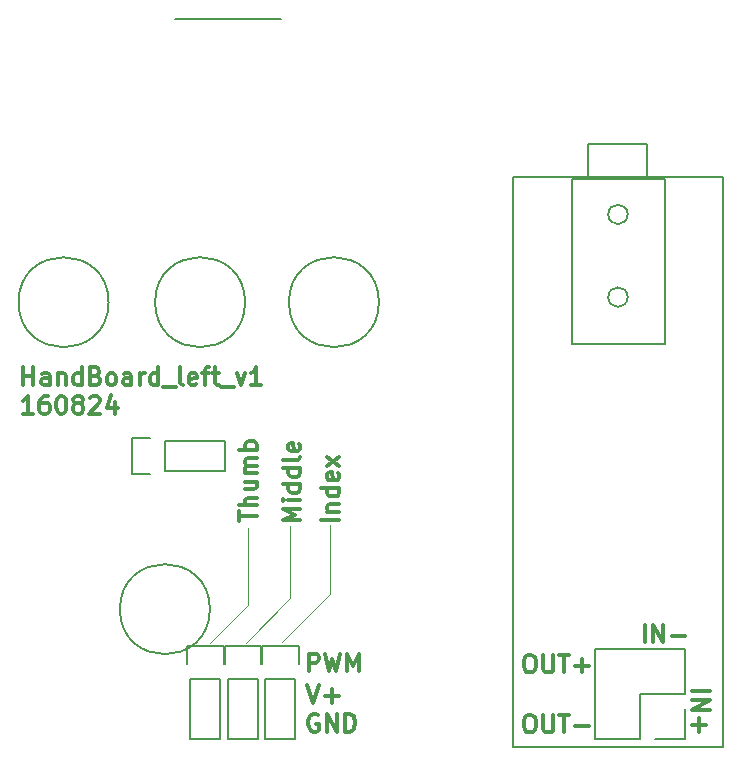
<source format=gto>
G04 #@! TF.FileFunction,Legend,Top*
%FSLAX46Y46*%
G04 Gerber Fmt 4.6, Leading zero omitted, Abs format (unit mm)*
G04 Created by KiCad (PCBNEW 4.0.1-stable) date 2016/08/24 23:14:12*
%MOMM*%
G01*
G04 APERTURE LIST*
%ADD10C,0.100000*%
%ADD11C,0.300000*%
%ADD12C,0.150000*%
G04 APERTURE END LIST*
D10*
X124121100Y-127633600D02*
X124121100Y-121783600D01*
X120071100Y-131683600D02*
X124121100Y-127633600D01*
X120771100Y-127983600D02*
X120771100Y-121883600D01*
X117021100Y-131733600D02*
X120771100Y-127983600D01*
X117171100Y-128533600D02*
X113971100Y-131733600D01*
X117171100Y-122033600D02*
X117171100Y-128533600D01*
D11*
X98158243Y-109942171D02*
X98158243Y-108442171D01*
X98158243Y-109156457D02*
X99015386Y-109156457D01*
X99015386Y-109942171D02*
X99015386Y-108442171D01*
X100372529Y-109942171D02*
X100372529Y-109156457D01*
X100301100Y-109013600D01*
X100158243Y-108942171D01*
X99872529Y-108942171D01*
X99729672Y-109013600D01*
X100372529Y-109870743D02*
X100229672Y-109942171D01*
X99872529Y-109942171D01*
X99729672Y-109870743D01*
X99658243Y-109727886D01*
X99658243Y-109585029D01*
X99729672Y-109442171D01*
X99872529Y-109370743D01*
X100229672Y-109370743D01*
X100372529Y-109299314D01*
X101086815Y-108942171D02*
X101086815Y-109942171D01*
X101086815Y-109085029D02*
X101158243Y-109013600D01*
X101301101Y-108942171D01*
X101515386Y-108942171D01*
X101658243Y-109013600D01*
X101729672Y-109156457D01*
X101729672Y-109942171D01*
X103086815Y-109942171D02*
X103086815Y-108442171D01*
X103086815Y-109870743D02*
X102943958Y-109942171D01*
X102658244Y-109942171D01*
X102515386Y-109870743D01*
X102443958Y-109799314D01*
X102372529Y-109656457D01*
X102372529Y-109227886D01*
X102443958Y-109085029D01*
X102515386Y-109013600D01*
X102658244Y-108942171D01*
X102943958Y-108942171D01*
X103086815Y-109013600D01*
X104301101Y-109156457D02*
X104515387Y-109227886D01*
X104586815Y-109299314D01*
X104658244Y-109442171D01*
X104658244Y-109656457D01*
X104586815Y-109799314D01*
X104515387Y-109870743D01*
X104372529Y-109942171D01*
X103801101Y-109942171D01*
X103801101Y-108442171D01*
X104301101Y-108442171D01*
X104443958Y-108513600D01*
X104515387Y-108585029D01*
X104586815Y-108727886D01*
X104586815Y-108870743D01*
X104515387Y-109013600D01*
X104443958Y-109085029D01*
X104301101Y-109156457D01*
X103801101Y-109156457D01*
X105515387Y-109942171D02*
X105372529Y-109870743D01*
X105301101Y-109799314D01*
X105229672Y-109656457D01*
X105229672Y-109227886D01*
X105301101Y-109085029D01*
X105372529Y-109013600D01*
X105515387Y-108942171D01*
X105729672Y-108942171D01*
X105872529Y-109013600D01*
X105943958Y-109085029D01*
X106015387Y-109227886D01*
X106015387Y-109656457D01*
X105943958Y-109799314D01*
X105872529Y-109870743D01*
X105729672Y-109942171D01*
X105515387Y-109942171D01*
X107301101Y-109942171D02*
X107301101Y-109156457D01*
X107229672Y-109013600D01*
X107086815Y-108942171D01*
X106801101Y-108942171D01*
X106658244Y-109013600D01*
X107301101Y-109870743D02*
X107158244Y-109942171D01*
X106801101Y-109942171D01*
X106658244Y-109870743D01*
X106586815Y-109727886D01*
X106586815Y-109585029D01*
X106658244Y-109442171D01*
X106801101Y-109370743D01*
X107158244Y-109370743D01*
X107301101Y-109299314D01*
X108015387Y-109942171D02*
X108015387Y-108942171D01*
X108015387Y-109227886D02*
X108086815Y-109085029D01*
X108158244Y-109013600D01*
X108301101Y-108942171D01*
X108443958Y-108942171D01*
X109586815Y-109942171D02*
X109586815Y-108442171D01*
X109586815Y-109870743D02*
X109443958Y-109942171D01*
X109158244Y-109942171D01*
X109015386Y-109870743D01*
X108943958Y-109799314D01*
X108872529Y-109656457D01*
X108872529Y-109227886D01*
X108943958Y-109085029D01*
X109015386Y-109013600D01*
X109158244Y-108942171D01*
X109443958Y-108942171D01*
X109586815Y-109013600D01*
X109943958Y-110085029D02*
X111086815Y-110085029D01*
X111658244Y-109942171D02*
X111515386Y-109870743D01*
X111443958Y-109727886D01*
X111443958Y-108442171D01*
X112801100Y-109870743D02*
X112658243Y-109942171D01*
X112372529Y-109942171D01*
X112229672Y-109870743D01*
X112158243Y-109727886D01*
X112158243Y-109156457D01*
X112229672Y-109013600D01*
X112372529Y-108942171D01*
X112658243Y-108942171D01*
X112801100Y-109013600D01*
X112872529Y-109156457D01*
X112872529Y-109299314D01*
X112158243Y-109442171D01*
X113301100Y-108942171D02*
X113872529Y-108942171D01*
X113515386Y-109942171D02*
X113515386Y-108656457D01*
X113586814Y-108513600D01*
X113729672Y-108442171D01*
X113872529Y-108442171D01*
X114158243Y-108942171D02*
X114729672Y-108942171D01*
X114372529Y-108442171D02*
X114372529Y-109727886D01*
X114443957Y-109870743D01*
X114586815Y-109942171D01*
X114729672Y-109942171D01*
X114872529Y-110085029D02*
X116015386Y-110085029D01*
X116229672Y-108942171D02*
X116586815Y-109942171D01*
X116943957Y-108942171D01*
X118301100Y-109942171D02*
X117443957Y-109942171D01*
X117872529Y-109942171D02*
X117872529Y-108442171D01*
X117729672Y-108656457D01*
X117586814Y-108799314D01*
X117443957Y-108870743D01*
X98943957Y-112342171D02*
X98086814Y-112342171D01*
X98515386Y-112342171D02*
X98515386Y-110842171D01*
X98372529Y-111056457D01*
X98229671Y-111199314D01*
X98086814Y-111270743D01*
X100229671Y-110842171D02*
X99943957Y-110842171D01*
X99801100Y-110913600D01*
X99729671Y-110985029D01*
X99586814Y-111199314D01*
X99515385Y-111485029D01*
X99515385Y-112056457D01*
X99586814Y-112199314D01*
X99658242Y-112270743D01*
X99801100Y-112342171D01*
X100086814Y-112342171D01*
X100229671Y-112270743D01*
X100301100Y-112199314D01*
X100372528Y-112056457D01*
X100372528Y-111699314D01*
X100301100Y-111556457D01*
X100229671Y-111485029D01*
X100086814Y-111413600D01*
X99801100Y-111413600D01*
X99658242Y-111485029D01*
X99586814Y-111556457D01*
X99515385Y-111699314D01*
X101301099Y-110842171D02*
X101443956Y-110842171D01*
X101586813Y-110913600D01*
X101658242Y-110985029D01*
X101729671Y-111127886D01*
X101801099Y-111413600D01*
X101801099Y-111770743D01*
X101729671Y-112056457D01*
X101658242Y-112199314D01*
X101586813Y-112270743D01*
X101443956Y-112342171D01*
X101301099Y-112342171D01*
X101158242Y-112270743D01*
X101086813Y-112199314D01*
X101015385Y-112056457D01*
X100943956Y-111770743D01*
X100943956Y-111413600D01*
X101015385Y-111127886D01*
X101086813Y-110985029D01*
X101158242Y-110913600D01*
X101301099Y-110842171D01*
X102658242Y-111485029D02*
X102515384Y-111413600D01*
X102443956Y-111342171D01*
X102372527Y-111199314D01*
X102372527Y-111127886D01*
X102443956Y-110985029D01*
X102515384Y-110913600D01*
X102658242Y-110842171D01*
X102943956Y-110842171D01*
X103086813Y-110913600D01*
X103158242Y-110985029D01*
X103229670Y-111127886D01*
X103229670Y-111199314D01*
X103158242Y-111342171D01*
X103086813Y-111413600D01*
X102943956Y-111485029D01*
X102658242Y-111485029D01*
X102515384Y-111556457D01*
X102443956Y-111627886D01*
X102372527Y-111770743D01*
X102372527Y-112056457D01*
X102443956Y-112199314D01*
X102515384Y-112270743D01*
X102658242Y-112342171D01*
X102943956Y-112342171D01*
X103086813Y-112270743D01*
X103158242Y-112199314D01*
X103229670Y-112056457D01*
X103229670Y-111770743D01*
X103158242Y-111627886D01*
X103086813Y-111556457D01*
X102943956Y-111485029D01*
X103801098Y-110985029D02*
X103872527Y-110913600D01*
X104015384Y-110842171D01*
X104372527Y-110842171D01*
X104515384Y-110913600D01*
X104586813Y-110985029D01*
X104658241Y-111127886D01*
X104658241Y-111270743D01*
X104586813Y-111485029D01*
X103729670Y-112342171D01*
X104658241Y-112342171D01*
X105943955Y-111342171D02*
X105943955Y-112342171D01*
X105586812Y-110770743D02*
X105229669Y-111842171D01*
X106158241Y-111842171D01*
X150763243Y-131717171D02*
X150763243Y-130217171D01*
X151477529Y-131717171D02*
X151477529Y-130217171D01*
X152334672Y-131717171D01*
X152334672Y-130217171D01*
X153048958Y-131145743D02*
X154191815Y-131145743D01*
X122328243Y-134162171D02*
X122328243Y-132662171D01*
X122899671Y-132662171D01*
X123042529Y-132733600D01*
X123113957Y-132805029D01*
X123185386Y-132947886D01*
X123185386Y-133162171D01*
X123113957Y-133305029D01*
X123042529Y-133376457D01*
X122899671Y-133447886D01*
X122328243Y-133447886D01*
X123685386Y-132662171D02*
X124042529Y-134162171D01*
X124328243Y-133090743D01*
X124613957Y-134162171D01*
X124971100Y-132662171D01*
X125542529Y-134162171D02*
X125542529Y-132662171D01*
X126042529Y-133733600D01*
X126542529Y-132662171D01*
X126542529Y-134162171D01*
X122213957Y-135312171D02*
X122713957Y-136812171D01*
X123213957Y-135312171D01*
X123713957Y-136240743D02*
X124856814Y-136240743D01*
X124285385Y-136812171D02*
X124285385Y-135669314D01*
X123113957Y-137833600D02*
X122971100Y-137762171D01*
X122756814Y-137762171D01*
X122542529Y-137833600D01*
X122399671Y-137976457D01*
X122328243Y-138119314D01*
X122256814Y-138405029D01*
X122256814Y-138619314D01*
X122328243Y-138905029D01*
X122399671Y-139047886D01*
X122542529Y-139190743D01*
X122756814Y-139262171D01*
X122899671Y-139262171D01*
X123113957Y-139190743D01*
X123185386Y-139119314D01*
X123185386Y-138619314D01*
X122899671Y-138619314D01*
X123828243Y-139262171D02*
X123828243Y-137762171D01*
X124685386Y-139262171D01*
X124685386Y-137762171D01*
X125399672Y-139262171D02*
X125399672Y-137762171D01*
X125756815Y-137762171D01*
X125971100Y-137833600D01*
X126113958Y-137976457D01*
X126185386Y-138119314D01*
X126256815Y-138405029D01*
X126256815Y-138619314D01*
X126185386Y-138905029D01*
X126113958Y-139047886D01*
X125971100Y-139190743D01*
X125756815Y-139262171D01*
X125399672Y-139262171D01*
X154807529Y-135840743D02*
X156307529Y-135840743D01*
X154807529Y-136555029D02*
X156307529Y-136555029D01*
X154807529Y-137412172D01*
X156307529Y-137412172D01*
X155378957Y-138126458D02*
X155378957Y-139269315D01*
X154807529Y-138697886D02*
X155950386Y-138697886D01*
X140888957Y-137837171D02*
X141174671Y-137837171D01*
X141317529Y-137908600D01*
X141460386Y-138051457D01*
X141531814Y-138337171D01*
X141531814Y-138837171D01*
X141460386Y-139122886D01*
X141317529Y-139265743D01*
X141174671Y-139337171D01*
X140888957Y-139337171D01*
X140746100Y-139265743D01*
X140603243Y-139122886D01*
X140531814Y-138837171D01*
X140531814Y-138337171D01*
X140603243Y-138051457D01*
X140746100Y-137908600D01*
X140888957Y-137837171D01*
X142174672Y-137837171D02*
X142174672Y-139051457D01*
X142246100Y-139194314D01*
X142317529Y-139265743D01*
X142460386Y-139337171D01*
X142746100Y-139337171D01*
X142888958Y-139265743D01*
X142960386Y-139194314D01*
X143031815Y-139051457D01*
X143031815Y-137837171D01*
X143531815Y-137837171D02*
X144388958Y-137837171D01*
X143960387Y-139337171D02*
X143960387Y-137837171D01*
X144888958Y-138765743D02*
X146031815Y-138765743D01*
X140888957Y-132757171D02*
X141174671Y-132757171D01*
X141317529Y-132828600D01*
X141460386Y-132971457D01*
X141531814Y-133257171D01*
X141531814Y-133757171D01*
X141460386Y-134042886D01*
X141317529Y-134185743D01*
X141174671Y-134257171D01*
X140888957Y-134257171D01*
X140746100Y-134185743D01*
X140603243Y-134042886D01*
X140531814Y-133757171D01*
X140531814Y-133257171D01*
X140603243Y-132971457D01*
X140746100Y-132828600D01*
X140888957Y-132757171D01*
X142174672Y-132757171D02*
X142174672Y-133971457D01*
X142246100Y-134114314D01*
X142317529Y-134185743D01*
X142460386Y-134257171D01*
X142746100Y-134257171D01*
X142888958Y-134185743D01*
X142960386Y-134114314D01*
X143031815Y-133971457D01*
X143031815Y-132757171D01*
X143531815Y-132757171D02*
X144388958Y-132757171D01*
X143960387Y-134257171D02*
X143960387Y-132757171D01*
X144888958Y-133685743D02*
X146031815Y-133685743D01*
X145460386Y-134257171D02*
X145460386Y-133114314D01*
X124899671Y-121355029D02*
X123399671Y-121355029D01*
X123899671Y-120640743D02*
X124899671Y-120640743D01*
X124042529Y-120640743D02*
X123971100Y-120569315D01*
X123899671Y-120426457D01*
X123899671Y-120212172D01*
X123971100Y-120069315D01*
X124113957Y-119997886D01*
X124899671Y-119997886D01*
X124899671Y-118640743D02*
X123399671Y-118640743D01*
X124828243Y-118640743D02*
X124899671Y-118783600D01*
X124899671Y-119069314D01*
X124828243Y-119212172D01*
X124756814Y-119283600D01*
X124613957Y-119355029D01*
X124185386Y-119355029D01*
X124042529Y-119283600D01*
X123971100Y-119212172D01*
X123899671Y-119069314D01*
X123899671Y-118783600D01*
X123971100Y-118640743D01*
X124828243Y-117355029D02*
X124899671Y-117497886D01*
X124899671Y-117783600D01*
X124828243Y-117926457D01*
X124685386Y-117997886D01*
X124113957Y-117997886D01*
X123971100Y-117926457D01*
X123899671Y-117783600D01*
X123899671Y-117497886D01*
X123971100Y-117355029D01*
X124113957Y-117283600D01*
X124256814Y-117283600D01*
X124399671Y-117997886D01*
X124899671Y-116783600D02*
X123899671Y-115997886D01*
X123899671Y-116783600D02*
X124899671Y-115997886D01*
X121599671Y-121390743D02*
X120099671Y-121390743D01*
X121171100Y-120890743D01*
X120099671Y-120390743D01*
X121599671Y-120390743D01*
X121599671Y-119676457D02*
X120599671Y-119676457D01*
X120099671Y-119676457D02*
X120171100Y-119747886D01*
X120242529Y-119676457D01*
X120171100Y-119605029D01*
X120099671Y-119676457D01*
X120242529Y-119676457D01*
X121599671Y-118319314D02*
X120099671Y-118319314D01*
X121528243Y-118319314D02*
X121599671Y-118462171D01*
X121599671Y-118747885D01*
X121528243Y-118890743D01*
X121456814Y-118962171D01*
X121313957Y-119033600D01*
X120885386Y-119033600D01*
X120742529Y-118962171D01*
X120671100Y-118890743D01*
X120599671Y-118747885D01*
X120599671Y-118462171D01*
X120671100Y-118319314D01*
X121599671Y-116962171D02*
X120099671Y-116962171D01*
X121528243Y-116962171D02*
X121599671Y-117105028D01*
X121599671Y-117390742D01*
X121528243Y-117533600D01*
X121456814Y-117605028D01*
X121313957Y-117676457D01*
X120885386Y-117676457D01*
X120742529Y-117605028D01*
X120671100Y-117533600D01*
X120599671Y-117390742D01*
X120599671Y-117105028D01*
X120671100Y-116962171D01*
X121599671Y-116033599D02*
X121528243Y-116176457D01*
X121385386Y-116247885D01*
X120099671Y-116247885D01*
X121528243Y-114890743D02*
X121599671Y-115033600D01*
X121599671Y-115319314D01*
X121528243Y-115462171D01*
X121385386Y-115533600D01*
X120813957Y-115533600D01*
X120671100Y-115462171D01*
X120599671Y-115319314D01*
X120599671Y-115033600D01*
X120671100Y-114890743D01*
X120813957Y-114819314D01*
X120956814Y-114819314D01*
X121099671Y-115533600D01*
X116441671Y-121465029D02*
X116441671Y-120607886D01*
X117941671Y-121036457D02*
X116441671Y-121036457D01*
X117941671Y-120107886D02*
X116441671Y-120107886D01*
X117941671Y-119465029D02*
X117155957Y-119465029D01*
X117013100Y-119536458D01*
X116941671Y-119679315D01*
X116941671Y-119893600D01*
X117013100Y-120036458D01*
X117084529Y-120107886D01*
X116941671Y-118107886D02*
X117941671Y-118107886D01*
X116941671Y-118750743D02*
X117727386Y-118750743D01*
X117870243Y-118679315D01*
X117941671Y-118536457D01*
X117941671Y-118322172D01*
X117870243Y-118179315D01*
X117798814Y-118107886D01*
X117941671Y-117393600D02*
X116941671Y-117393600D01*
X117084529Y-117393600D02*
X117013100Y-117322172D01*
X116941671Y-117179314D01*
X116941671Y-116965029D01*
X117013100Y-116822172D01*
X117155957Y-116750743D01*
X117941671Y-116750743D01*
X117155957Y-116750743D02*
X117013100Y-116679314D01*
X116941671Y-116536457D01*
X116941671Y-116322172D01*
X117013100Y-116179314D01*
X117155957Y-116107886D01*
X117941671Y-116107886D01*
X117941671Y-115393600D02*
X116441671Y-115393600D01*
X117013100Y-115393600D02*
X116941671Y-115250743D01*
X116941671Y-114965029D01*
X117013100Y-114822172D01*
X117084529Y-114750743D01*
X117227386Y-114679314D01*
X117655957Y-114679314D01*
X117798814Y-114750743D01*
X117870243Y-114822172D01*
X117941671Y-114965029D01*
X117941671Y-115250743D01*
X117870243Y-115393600D01*
D12*
X154216100Y-137388600D02*
X154216100Y-139928600D01*
X154216100Y-139928600D02*
X151676100Y-139928600D01*
X154216100Y-132308600D02*
X146596100Y-132308600D01*
X146596100Y-132308600D02*
X146596100Y-139928600D01*
X146596100Y-139928600D02*
X150406100Y-139928600D01*
X150406100Y-139928600D02*
X150406100Y-136118600D01*
X150406100Y-136118600D02*
X154216100Y-136118600D01*
X154216100Y-136118600D02*
X154216100Y-132308600D01*
X157391100Y-92303600D02*
X157391100Y-140563600D01*
X157391100Y-140563600D02*
X139611100Y-140563600D01*
X139611100Y-140563600D02*
X139611100Y-92303600D01*
X139611100Y-92303600D02*
X157391100Y-92303600D01*
X105371100Y-102913600D02*
G75*
G03X105371100Y-102913600I-3810000J0D01*
G01*
X116931100Y-102913600D02*
G75*
G03X116931100Y-102913600I-3810000J0D01*
G01*
X128261100Y-102913600D02*
G75*
G03X128261100Y-102913600I-3810000J0D01*
G01*
X113951100Y-128903600D02*
G75*
G03X113951100Y-128903600I-3810000J0D01*
G01*
X110147100Y-117195600D02*
X115227100Y-117195600D01*
X115227100Y-117195600D02*
X115227100Y-114655600D01*
X115227100Y-114655600D02*
X110147100Y-114655600D01*
X107327100Y-114375600D02*
X108877100Y-114375600D01*
X110147100Y-114655600D02*
X110147100Y-117195600D01*
X108877100Y-117475600D02*
X107327100Y-117475600D01*
X107327100Y-117475600D02*
X107327100Y-114375600D01*
X119981100Y-78968600D02*
X110981100Y-78968600D01*
X118656100Y-134848600D02*
X118656100Y-139928600D01*
X118656100Y-139928600D02*
X121196100Y-139928600D01*
X121196100Y-139928600D02*
X121196100Y-134848600D01*
X121476100Y-132028600D02*
X121476100Y-133578600D01*
X121196100Y-134848600D02*
X118656100Y-134848600D01*
X118376100Y-133578600D02*
X118376100Y-132028600D01*
X118376100Y-132028600D02*
X121476100Y-132028600D01*
X115481100Y-134848600D02*
X115481100Y-139928600D01*
X115481100Y-139928600D02*
X118021100Y-139928600D01*
X118021100Y-139928600D02*
X118021100Y-134848600D01*
X118301100Y-132028600D02*
X118301100Y-133578600D01*
X118021100Y-134848600D02*
X115481100Y-134848600D01*
X115201100Y-133578600D02*
X115201100Y-132028600D01*
X115201100Y-132028600D02*
X118301100Y-132028600D01*
X112306100Y-134848600D02*
X112306100Y-139928600D01*
X112306100Y-139928600D02*
X114846100Y-139928600D01*
X114846100Y-139928600D02*
X114846100Y-134848600D01*
X115126100Y-132028600D02*
X115126100Y-133578600D01*
X114846100Y-134848600D02*
X112306100Y-134848600D01*
X112026100Y-133578600D02*
X112026100Y-132028600D01*
X112026100Y-132028600D02*
X115126100Y-132028600D01*
X144601100Y-92478600D02*
X144601100Y-106478600D01*
X144601100Y-106478600D02*
X152501100Y-106478600D01*
X152501100Y-106478600D02*
X152501100Y-92478600D01*
X152501100Y-92478600D02*
X144601100Y-92478600D01*
X151001100Y-89478600D02*
X151001100Y-92478600D01*
X146001100Y-89478600D02*
X151001100Y-89478600D01*
X146001100Y-92478600D02*
X146001100Y-89478600D01*
X149325721Y-102478600D02*
G75*
G03X149325721Y-102478600I-824621J0D01*
G01*
X149325721Y-95478600D02*
G75*
G03X149325721Y-95478600I-824621J0D01*
G01*
M02*

</source>
